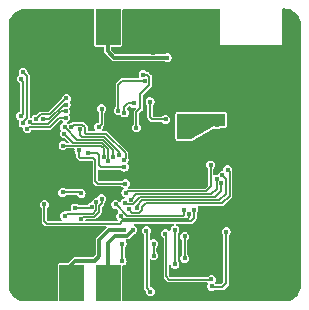
<source format=gbl>
G04 EasyEDA Pro v1.9.28, 2023-01-14 19:19:00*
G04 Gerber Generator version 0.3*%TF.GenerationSoftware,KiCad,Pcbnew,8.0.3*%
%TF.CreationDate,2024-10-10T21:17:43+08:00*%
%TF.ProjectId,Neko_Wireless_Transmission,4e656b6f-5f57-4697-9265-6c6573735f54,rev?*%
%TF.SameCoordinates,Original*%
%TF.FileFunction,Copper,L2,Bot*%
%TF.FilePolarity,Positive*%
%FSLAX46Y46*%
G04 Gerber Fmt 4.6, Leading zero omitted, Abs format (unit mm)*
G04 Created by KiCad (PCBNEW 8.0.3) date 2024-10-10 21:17:43*
%MOMM*%
%LPD*%
G01*
G04 APERTURE LIST*
%TA.AperFunction,ViaPad*%
%ADD10C,0.450000*%
%TD*%
%TA.AperFunction,Conductor*%
%ADD11C,0.150000*%
%TD*%
%TA.AperFunction,Conductor*%
%ADD12C,0.200000*%
%TD*%
%TA.AperFunction,Conductor*%
%ADD13C,0.300000*%
%TD*%
G04 APERTURE END LIST*
D10*
%TO.N,GND*%
X39570000Y-66940000D03*
X41457500Y-63260000D03*
X37332500Y-63260000D03*
X40082500Y-63260000D03*
X40770000Y-63260000D03*
X39395000Y-63260000D03*
X38020000Y-63260000D03*
X38707500Y-63260000D03*
%TO.N,/CSI_MCLK*%
X31750000Y-71374000D03*
X31496000Y-72930000D03*
X29822893Y-74900000D03*
X33760000Y-77730000D03*
%TO.N,+3.3V*%
X38750000Y-73650000D03*
X30020000Y-78550000D03*
X33679023Y-76320437D03*
X41500000Y-72761632D03*
X32250000Y-65750000D03*
X28440000Y-78470000D03*
X30620000Y-75150000D03*
X37300000Y-67050000D03*
%TO.N,/CSI_D0*%
X38760000Y-79927683D03*
X28490000Y-74500000D03*
X32940000Y-79491130D03*
X31920000Y-75437522D03*
%TO.N,/CSI_PCLK*%
X34220439Y-79082204D03*
X29958953Y-73138297D03*
X41490000Y-77330000D03*
X33256671Y-75329640D03*
%TO.N,/SDIO_D3*%
X36170000Y-82800000D03*
X36170000Y-83840000D03*
%TO.N,/CSI_D4*%
X28740000Y-71050000D03*
X35387394Y-69032987D03*
X33160000Y-71540000D03*
X26750000Y-72260000D03*
%TO.N,/CAM_PWR*%
X35263507Y-68497118D03*
X34700000Y-73000000D03*
%TO.N,/CSI_HSYNC*%
X26910000Y-79480000D03*
X39560000Y-79920000D03*
%TO.N,/CSI_D1*%
X33350000Y-80480000D03*
X39154201Y-80310000D03*
X32320000Y-75836359D03*
X28597670Y-73492330D03*
%TO.N,/CSI_D3*%
X33660809Y-75702702D03*
X33813110Y-78506890D03*
X29195524Y-72958811D03*
X40990000Y-76130000D03*
%TO.N,/CSI_D7*%
X25450000Y-73080000D03*
X28705975Y-72149932D03*
%TO.N,/CSI_D2*%
X28612692Y-72941666D03*
X32720000Y-75450000D03*
X33739976Y-79349894D03*
X41890000Y-77710000D03*
%TO.N,/SDIO_CMD*%
X41050000Y-85840000D03*
X37143873Y-81949998D03*
%TO.N,/U0RXD*%
X41960000Y-77010000D03*
X34760000Y-79780000D03*
X34380000Y-81660000D03*
%TO.N,/CSI_D5*%
X33672038Y-71740799D03*
X34459516Y-70940299D03*
X26199997Y-72260000D03*
X28761983Y-70500437D03*
%TO.N,/U0TXD*%
X33668337Y-81660000D03*
X42430000Y-76530000D03*
X34065316Y-79882204D03*
%TO.N,/SDIO_D0*%
X37960000Y-81660000D03*
X37960000Y-84570002D03*
%TO.N,/CSI_D6*%
X25670000Y-72540000D03*
X28710045Y-71599944D03*
%TO.N,/SDIO_D2*%
X33490000Y-84275000D03*
X33490000Y-82800000D03*
%TO.N,GND*%
X40962500Y-66950000D03*
X37350000Y-65025000D03*
X37840000Y-77540667D03*
X38050000Y-65737500D03*
X47450000Y-67475000D03*
X41700000Y-68050000D03*
X30900000Y-73000000D03*
X38862000Y-76454000D03*
X41337500Y-66325000D03*
X36875000Y-71100000D03*
X43375000Y-66325000D03*
X47175000Y-68075000D03*
X27375000Y-63825000D03*
X35814000Y-76454000D03*
X41127500Y-63790000D03*
X43725000Y-66925000D03*
X45137500Y-68075000D03*
X37002500Y-63790000D03*
X44100000Y-68650000D03*
X38050000Y-64362500D03*
X45437500Y-66325000D03*
X36125000Y-66675000D03*
X31775000Y-67800000D03*
X44450000Y-68075000D03*
X36730000Y-74356000D03*
X47825000Y-68050000D03*
X47137500Y-66925000D03*
X46787500Y-66325000D03*
X32300000Y-80500000D03*
X40312500Y-66950000D03*
X31775000Y-67200000D03*
X40625000Y-68625000D03*
X32750000Y-80220000D03*
X43762500Y-68075000D03*
X41350000Y-65250000D03*
X42000000Y-66325000D03*
X39962500Y-66350000D03*
X36730000Y-75300667D03*
X45450000Y-67500000D03*
X37350000Y-66400000D03*
X40675000Y-65200000D03*
X44750000Y-66325000D03*
X37375000Y-71100000D03*
X40612500Y-66350000D03*
X47787500Y-66900000D03*
X43387500Y-67500000D03*
X28825000Y-83425000D03*
X36730000Y-77540667D03*
X42687500Y-66325000D03*
X26850000Y-63825000D03*
X30850000Y-78650000D03*
X42725000Y-68650000D03*
X46475000Y-66925000D03*
X44762500Y-67500000D03*
X39975000Y-67525000D03*
X45825000Y-68075000D03*
X46162500Y-68650000D03*
X37840000Y-74356000D03*
X30830927Y-83114698D03*
X45475000Y-68650000D03*
X44062500Y-66325000D03*
X37350000Y-65712500D03*
X46825000Y-68650000D03*
X42012500Y-67500000D03*
X41350000Y-67500000D03*
X46137500Y-67500000D03*
X37840000Y-76454000D03*
X30830000Y-83656626D03*
X42037500Y-68650000D03*
X43075000Y-68075000D03*
X26630000Y-76430000D03*
X47475000Y-68625000D03*
X45787500Y-66925000D03*
X46512500Y-68075000D03*
X40625000Y-67525000D03*
X28825000Y-82925000D03*
X30500000Y-76350000D03*
X27060000Y-76430000D03*
X37840000Y-75300667D03*
X41000000Y-65825000D03*
X42700000Y-67500000D03*
X40325000Y-65775000D03*
X41350000Y-68625000D03*
X28750000Y-67175000D03*
X43412500Y-68650000D03*
X39065000Y-63790000D03*
X38862000Y-75300667D03*
X38377500Y-63790000D03*
X46800000Y-67500000D03*
X36125000Y-65450000D03*
X37690000Y-63790000D03*
X40440000Y-63790000D03*
X42350000Y-66925000D03*
X36125000Y-66075000D03*
X46125000Y-66325000D03*
X43037500Y-66925000D03*
X37350000Y-64337500D03*
X44075000Y-67500000D03*
X28750000Y-66550000D03*
X32310000Y-79950000D03*
X40975000Y-68050000D03*
X35814000Y-75300667D03*
X28750000Y-67775000D03*
X38050000Y-65050000D03*
X42387500Y-68075000D03*
X44787500Y-68650000D03*
X31775000Y-66575000D03*
X26350000Y-63825000D03*
X39752500Y-63790000D03*
X41687500Y-66925000D03*
X38050000Y-66425000D03*
X36730000Y-76454000D03*
X36707182Y-82681938D03*
X47437500Y-66300000D03*
X45100000Y-66925000D03*
X44412500Y-66925000D03*
%TO.N,VDD_SDIO*%
X41067678Y-86423364D03*
X42300000Y-81800000D03*
X35880000Y-86880000D03*
X35543284Y-81701030D03*
%TO.N,/Sensor_CAPN*%
X37160000Y-72280000D03*
X35850000Y-70790000D03*
%TO.N,/SDIO_CLK*%
X38789502Y-84055000D03*
X38778071Y-82193133D03*
%TO.N,/CSI_VSYNC*%
X28610000Y-80460000D03*
X31297606Y-79298538D03*
%TO.N,CSI_1.8V*%
X25100000Y-68300000D03*
X25100000Y-72600000D03*
%TO.N,/TWI_SCL*%
X29500089Y-79789440D03*
X30897101Y-79698538D03*
%TO.N,/TWI_SDA*%
X31757473Y-78996840D03*
X29999644Y-80719548D03*
%TO.N,CSI_2.8V*%
X24900000Y-72000000D03*
X24939211Y-68825975D03*
%TD*%
D11*
%TO.N,/CSI_MCLK*%
X31750000Y-72676000D02*
X31496000Y-72930000D01*
X29940000Y-75550000D02*
X31050000Y-75550000D01*
X31410000Y-77730000D02*
X33760000Y-77730000D01*
X31050000Y-75550000D02*
X31220000Y-75720000D01*
X29822893Y-75432893D02*
X29940000Y-75550000D01*
X31750000Y-71374000D02*
X31750000Y-72676000D01*
X31220000Y-75720000D02*
X31220000Y-77540000D01*
X31220000Y-77540000D02*
X31410000Y-77730000D01*
X29822893Y-74900000D02*
X29822893Y-75432893D01*
D12*
%TO.N,+3.3V*%
X31495000Y-76135000D02*
X31495000Y-75261481D01*
D13*
X32250000Y-66500000D02*
X32250000Y-65750000D01*
D12*
X28440000Y-78470000D02*
X29940000Y-78470000D01*
X31495000Y-75261481D02*
X31383519Y-75150000D01*
X33679023Y-76320437D02*
X31680437Y-76320437D01*
D13*
X37300000Y-67050000D02*
X32800000Y-67050000D01*
D12*
X31383519Y-75150000D02*
X30620000Y-75150000D01*
X29940000Y-78470000D02*
X30020000Y-78550000D01*
X31680437Y-76320437D02*
X31495000Y-76135000D01*
D13*
X32800000Y-67050000D02*
X32250000Y-66500000D01*
D11*
%TO.N,/CSI_D0*%
X31920000Y-74750000D02*
X31920000Y-75437522D01*
X28490000Y-74500000D02*
X31670000Y-74500000D01*
X38760000Y-80138515D02*
X38754201Y-80144314D01*
X38754201Y-80144314D02*
X38754201Y-80345799D01*
X31670000Y-74500000D02*
X31920000Y-74750000D01*
X38754201Y-80345799D02*
X38670000Y-80430000D01*
X38760000Y-79927683D02*
X38760000Y-80138515D01*
X33878870Y-80430000D02*
X32940000Y-79491130D01*
X38670000Y-80430000D02*
X33878870Y-80430000D01*
%TO.N,/CSI_PCLK*%
X34220439Y-79082204D02*
X34662643Y-78640000D01*
X41000000Y-78640000D02*
X41490000Y-78150000D01*
X30130000Y-73750000D02*
X29958953Y-73578953D01*
X34662643Y-78640000D02*
X41000000Y-78640000D01*
X33256671Y-75026012D02*
X31980659Y-73750000D01*
X41490000Y-78150000D02*
X41490000Y-77330000D01*
X29958953Y-73578953D02*
X29958953Y-73138297D01*
X33256671Y-75329640D02*
X33256671Y-75026012D01*
X31980659Y-73750000D02*
X30130000Y-73750000D01*
%TO.N,/SDIO_D3*%
X36170000Y-82800000D02*
X36170000Y-83840000D01*
%TO.N,/CSI_D4*%
X33160000Y-69340000D02*
X33467013Y-69032987D01*
X26750000Y-72260000D02*
X27317868Y-72260000D01*
X27317868Y-72260000D02*
X28527868Y-71050000D01*
X33467013Y-69032987D02*
X35387394Y-69032987D01*
X33160000Y-71540000D02*
X33160000Y-69340000D01*
X28527868Y-71050000D02*
X28740000Y-71050000D01*
%TO.N,/CAM_PWR*%
X35787394Y-68687394D02*
X35597118Y-68497118D01*
X35787394Y-69362606D02*
X35787394Y-68687394D01*
X34700000Y-73000000D02*
X34700000Y-71700000D01*
X35040000Y-70110000D02*
X35787394Y-69362606D01*
X35040000Y-71360000D02*
X35040000Y-70110000D01*
X35597118Y-68497118D02*
X35263507Y-68497118D01*
X34700000Y-71700000D02*
X35040000Y-71360000D01*
%TO.N,/CSI_HSYNC*%
X39300000Y-80930000D02*
X33490000Y-80930000D01*
X33300452Y-81119548D02*
X27099548Y-81119548D01*
X27099548Y-81119548D02*
X26910000Y-80930000D01*
X33490000Y-80930000D02*
X33300452Y-81119548D01*
X39560000Y-79920000D02*
X39560000Y-80670000D01*
X39560000Y-80670000D02*
X39300000Y-80930000D01*
X26910000Y-80930000D02*
X26910000Y-79480000D01*
%TO.N,/CSI_D1*%
X28597670Y-73492330D02*
X29355340Y-74250000D01*
X29355340Y-74250000D02*
X31773553Y-74250000D01*
X33550000Y-80680000D02*
X33350000Y-80480000D01*
X39154201Y-80310000D02*
X39154201Y-80555799D01*
X39030000Y-80680000D02*
X33550000Y-80680000D01*
X31773553Y-74250000D02*
X32320000Y-74796447D01*
X39154201Y-80555799D02*
X39030000Y-80680000D01*
X32320000Y-74796447D02*
X32320000Y-75836359D01*
%TO.N,/CSI_D3*%
X30358953Y-73408953D02*
X30358953Y-72972611D01*
X30450000Y-73500000D02*
X30358953Y-73408953D01*
X33930000Y-78390000D02*
X33813110Y-78506890D01*
X40990000Y-76130000D02*
X40990000Y-77965000D01*
X29411703Y-72738297D02*
X29195524Y-72954476D01*
X33660809Y-75702702D02*
X33773734Y-75589777D01*
X40565000Y-78390000D02*
X33930000Y-78390000D01*
X29195524Y-72954476D02*
X29195524Y-72958811D01*
X33773734Y-75164314D02*
X32109420Y-73500000D01*
X30124639Y-72738297D02*
X29411703Y-72738297D01*
X33773734Y-75589777D02*
X33773734Y-75164314D01*
X40990000Y-77965000D02*
X40565000Y-78390000D01*
X32109420Y-73500000D02*
X30450000Y-73500000D01*
X30358953Y-72972611D02*
X30124639Y-72738297D01*
%TO.N,/CSI_D7*%
X25590000Y-72940000D02*
X27344976Y-72940000D01*
X25450000Y-73080000D02*
X25590000Y-72940000D01*
X27344976Y-72940000D02*
X28135044Y-72149932D01*
X28135044Y-72149932D02*
X28705975Y-72149932D01*
%TO.N,/CSI_D2*%
X41380000Y-78900000D02*
X41890000Y-78390000D01*
X34386125Y-79482204D02*
X34968329Y-78900000D01*
X28612692Y-72941666D02*
X29671026Y-74000000D01*
X29671026Y-74000000D02*
X31877106Y-74000000D01*
X41890000Y-78390000D02*
X41890000Y-77710000D01*
X33739976Y-79349894D02*
X33872286Y-79482204D01*
X31877106Y-74000000D02*
X32720000Y-74842892D01*
X32720000Y-74842892D02*
X32720000Y-75450000D01*
X34968329Y-78900000D02*
X41380000Y-78900000D01*
X33872286Y-79482204D02*
X34386125Y-79482204D01*
%TO.N,/SDIO_CMD*%
X37490000Y-85850000D02*
X41040000Y-85850000D01*
X37143873Y-81949998D02*
X37220000Y-82026125D01*
X41040000Y-85850000D02*
X41050000Y-85840000D01*
X37220000Y-85580000D02*
X37490000Y-85850000D01*
X37220000Y-82026125D02*
X37220000Y-85580000D01*
%TO.N,/U0RXD*%
X35200000Y-79150000D02*
X41703554Y-79150000D01*
X42290000Y-77340000D02*
X41960000Y-77010000D01*
X42290000Y-78563554D02*
X42290000Y-77340000D01*
D13*
X34380000Y-81660000D02*
X33890000Y-82150000D01*
X32320000Y-82730000D02*
X32320000Y-85210000D01*
D11*
X34760000Y-79590000D02*
X35200000Y-79150000D01*
D13*
X33890000Y-82150000D02*
X32900000Y-82150000D01*
X32900000Y-82150000D02*
X32320000Y-82730000D01*
D11*
X34760000Y-79780000D02*
X34760000Y-79590000D01*
X41703554Y-79150000D02*
X42290000Y-78563554D01*
%TO.N,/CSI_D5*%
X28723877Y-70500437D02*
X28761983Y-70500437D01*
X26584314Y-71860000D02*
X27364314Y-71860000D01*
X26199997Y-72260000D02*
X26199997Y-72244317D01*
X27364314Y-71860000D02*
X28723877Y-70500437D01*
X33672038Y-71740799D02*
X33672038Y-71227962D01*
X33959701Y-70940299D02*
X34459516Y-70940299D01*
X33672038Y-71227962D02*
X33959701Y-70940299D01*
X26199997Y-72244317D02*
X26584314Y-71860000D01*
%TO.N,/U0TXD*%
X34363112Y-80180000D02*
X34925686Y-80180000D01*
X35160000Y-79945686D02*
X35160000Y-79720000D01*
D13*
X29530000Y-84240000D02*
X29180000Y-84590000D01*
D11*
X35160000Y-79720000D02*
X35480000Y-79400000D01*
X42600000Y-78740000D02*
X42600000Y-76700000D01*
X34925686Y-80180000D02*
X35160000Y-79945686D01*
X35480000Y-79400000D02*
X41940000Y-79400000D01*
D13*
X31550000Y-82490000D02*
X31550000Y-83850000D01*
D11*
X34065316Y-79882204D02*
X34363112Y-80180000D01*
D13*
X33668337Y-81660000D02*
X32380000Y-81660000D01*
D11*
X41940000Y-79400000D02*
X42600000Y-78740000D01*
D13*
X31550000Y-83850000D02*
X31160000Y-84240000D01*
X31160000Y-84240000D02*
X29530000Y-84240000D01*
X29180000Y-84590000D02*
X29180000Y-85710000D01*
D11*
X42600000Y-76700000D02*
X42430000Y-76530000D01*
D13*
X32380000Y-81660000D02*
X31550000Y-82490000D01*
D11*
%TO.N,/SDIO_D0*%
X37960000Y-81660000D02*
X37960000Y-84570002D01*
%TO.N,/CSI_D6*%
X25820000Y-72690000D02*
X25670000Y-72540000D01*
X28710045Y-71599944D02*
X28331478Y-71599944D01*
X27241422Y-72690000D02*
X25820000Y-72690000D01*
X28331478Y-71599944D02*
X27241422Y-72690000D01*
%TO.N,/SDIO_D2*%
X33490000Y-82800000D02*
X33490000Y-84275000D01*
D12*
%TO.N,VDD_SDIO*%
X35560000Y-81717746D02*
X35560000Y-86560000D01*
X42300000Y-81800000D02*
X42300000Y-86150000D01*
X35543284Y-81701030D02*
X35560000Y-81717746D01*
X42300000Y-86150000D02*
X41950000Y-86500000D01*
X41144314Y-86500000D02*
X41067678Y-86423364D01*
X35560000Y-86560000D02*
X35880000Y-86880000D01*
X41950000Y-86500000D02*
X41144314Y-86500000D01*
D11*
%TO.N,/Sensor_CAPN*%
X37160000Y-72280000D02*
X36030000Y-72280000D01*
X36030000Y-72280000D02*
X35850000Y-72100000D01*
X35850000Y-72100000D02*
X35850000Y-70790000D01*
%TO.N,/SDIO_CLK*%
X38778071Y-84043569D02*
X38789502Y-84055000D01*
X38778071Y-82193133D02*
X38778071Y-84043569D01*
%TO.N,/CSI_VSYNC*%
X31297606Y-79298538D02*
X31297606Y-79992394D01*
X28800000Y-80270000D02*
X28610000Y-80460000D01*
X31020000Y-80270000D02*
X28800000Y-80270000D01*
X31297606Y-79992394D02*
X31020000Y-80270000D01*
D12*
%TO.N,CSI_1.8V*%
X25100000Y-72600000D02*
X25100000Y-72508959D01*
X25100000Y-72508959D02*
X25400000Y-72208959D01*
X25400000Y-72208959D02*
X25400000Y-68600000D01*
X25400000Y-68600000D02*
X25100000Y-68300000D01*
D11*
%TO.N,/TWI_SCL*%
X30795639Y-79800000D02*
X30897101Y-79698538D01*
X29500089Y-79789440D02*
X29510649Y-79800000D01*
X29510649Y-79800000D02*
X30795639Y-79800000D01*
%TO.N,/TWI_SDA*%
X31547606Y-79614224D02*
X31757473Y-79404357D01*
X30199192Y-80520000D02*
X31123554Y-80520000D01*
X31757473Y-79404357D02*
X31757473Y-78996840D01*
X29999644Y-80719548D02*
X30199192Y-80520000D01*
X31123554Y-80520000D02*
X31547606Y-80095948D01*
X31547606Y-80095948D02*
X31547606Y-79614224D01*
D12*
%TO.N,CSI_2.8V*%
X24939211Y-68939211D02*
X24939211Y-68825975D01*
X25100000Y-71800000D02*
X25100000Y-69100000D01*
X25100000Y-69100000D02*
X24939211Y-68939211D01*
X24900000Y-72000000D02*
X25100000Y-71800000D01*
%TD*%
%TA.AperFunction,Conductor*%
%TO.N,GND*%
G36*
X47232337Y-62891395D02*
G01*
X47442463Y-62907938D01*
X47453931Y-62909755D01*
X47656140Y-62958305D01*
X47667176Y-62961890D01*
X47859315Y-63041481D01*
X47869659Y-63046752D01*
X47967548Y-63106740D01*
X48046968Y-63155409D01*
X48056361Y-63162233D01*
X48126598Y-63222222D01*
X48214495Y-63297293D01*
X48222706Y-63305504D01*
X48357765Y-63463637D01*
X48364590Y-63473031D01*
X48473246Y-63650339D01*
X48478518Y-63660684D01*
X48558107Y-63852819D01*
X48561695Y-63863863D01*
X48610244Y-64066068D01*
X48612061Y-64077536D01*
X48628612Y-64287759D01*
X48628840Y-64293567D01*
X48628852Y-86287636D01*
X48628852Y-86296436D01*
X48628624Y-86302244D01*
X48612072Y-86512472D01*
X48610255Y-86523941D01*
X48561704Y-86726149D01*
X48558115Y-86737192D01*
X48478526Y-86929325D01*
X48473255Y-86939670D01*
X48364599Y-87116977D01*
X48357774Y-87126371D01*
X48222715Y-87284504D01*
X48214504Y-87292715D01*
X48056371Y-87427774D01*
X48046977Y-87434599D01*
X47869670Y-87543255D01*
X47859325Y-87548526D01*
X47667192Y-87628115D01*
X47656149Y-87631704D01*
X47453941Y-87680255D01*
X47442472Y-87682072D01*
X47232247Y-87698623D01*
X47226441Y-87698851D01*
X33579502Y-87699279D01*
X33527176Y-87677607D01*
X33505500Y-87625281D01*
X33505500Y-84715928D01*
X33527174Y-84663602D01*
X33567923Y-84642839D01*
X33607482Y-84636574D01*
X33713465Y-84582573D01*
X33797573Y-84498465D01*
X33851574Y-84392482D01*
X33870181Y-84275000D01*
X33851574Y-84157518D01*
X33797573Y-84051535D01*
X33737174Y-83991136D01*
X33715500Y-83938810D01*
X33715500Y-83136190D01*
X33737174Y-83083864D01*
X33797573Y-83023465D01*
X33851574Y-82917482D01*
X33870181Y-82800000D01*
X33851574Y-82682518D01*
X33797573Y-82576535D01*
X33797572Y-82576534D01*
X33797571Y-82576532D01*
X33794147Y-82571819D01*
X33795410Y-82570901D01*
X33776190Y-82524500D01*
X33797864Y-82472174D01*
X33850190Y-82450500D01*
X33929564Y-82450500D01*
X33929564Y-82450499D01*
X34005989Y-82430021D01*
X34074511Y-82390460D01*
X34130460Y-82334511D01*
X34416218Y-82048751D01*
X34456966Y-82027990D01*
X34497482Y-82021574D01*
X34603465Y-81967573D01*
X34687573Y-81883465D01*
X34741574Y-81777482D01*
X34753683Y-81701030D01*
X35163103Y-81701030D01*
X35181710Y-81818512D01*
X35181710Y-81818513D01*
X35188844Y-81832514D01*
X35232138Y-81917483D01*
X35235712Y-81924496D01*
X35287826Y-81976610D01*
X35309500Y-82028936D01*
X35309500Y-86609829D01*
X35347634Y-86701894D01*
X35347637Y-86701898D01*
X35478145Y-86832406D01*
X35495688Y-86874758D01*
X35498908Y-86874249D01*
X35518426Y-86997482D01*
X35518426Y-86997483D01*
X35545941Y-87051484D01*
X35572427Y-87103465D01*
X35656535Y-87187573D01*
X35762518Y-87241574D01*
X35880000Y-87260181D01*
X35997482Y-87241574D01*
X36103465Y-87187573D01*
X36187573Y-87103465D01*
X36241574Y-86997482D01*
X36260181Y-86880000D01*
X36241574Y-86762518D01*
X36187573Y-86656535D01*
X36103465Y-86572427D01*
X36041484Y-86540846D01*
X35997483Y-86518426D01*
X35874249Y-86498908D01*
X35874758Y-86495688D01*
X35832406Y-86478145D01*
X35832174Y-86477913D01*
X35810500Y-86425587D01*
X35810500Y-84190190D01*
X35832174Y-84137864D01*
X35884500Y-84116190D01*
X35936826Y-84137864D01*
X35946535Y-84147573D01*
X36052518Y-84201574D01*
X36170000Y-84220181D01*
X36287482Y-84201574D01*
X36393465Y-84147573D01*
X36477573Y-84063465D01*
X36531574Y-83957482D01*
X36550181Y-83840000D01*
X36531574Y-83722518D01*
X36477573Y-83616535D01*
X36417174Y-83556136D01*
X36395500Y-83503810D01*
X36395500Y-83136190D01*
X36417174Y-83083864D01*
X36477573Y-83023465D01*
X36531574Y-82917482D01*
X36550181Y-82800000D01*
X36531574Y-82682518D01*
X36477573Y-82576535D01*
X36393465Y-82492427D01*
X36311057Y-82450438D01*
X36287483Y-82438426D01*
X36170000Y-82419819D01*
X36052517Y-82438426D01*
X36052516Y-82438426D01*
X35946533Y-82492428D01*
X35936826Y-82502136D01*
X35884500Y-82523810D01*
X35832174Y-82502136D01*
X35810500Y-82449810D01*
X35810500Y-81995504D01*
X35832174Y-81943178D01*
X35850857Y-81924495D01*
X35904858Y-81818512D01*
X35923465Y-81701030D01*
X35904858Y-81583548D01*
X35850857Y-81477565D01*
X35766749Y-81393457D01*
X35700105Y-81359500D01*
X35660767Y-81339456D01*
X35543284Y-81320849D01*
X35425801Y-81339456D01*
X35425800Y-81339456D01*
X35319817Y-81393458D01*
X35235712Y-81477563D01*
X35181710Y-81583546D01*
X35181710Y-81583547D01*
X35163103Y-81701030D01*
X34753683Y-81701030D01*
X34760181Y-81660000D01*
X34741574Y-81542518D01*
X34687573Y-81436535D01*
X34603465Y-81352427D01*
X34541490Y-81320849D01*
X34492292Y-81295781D01*
X34493767Y-81292886D01*
X34458886Y-81263096D01*
X34454442Y-81206634D01*
X34491224Y-81163566D01*
X34524820Y-81155500D01*
X37815180Y-81155500D01*
X37867506Y-81177174D01*
X37889180Y-81229500D01*
X37867506Y-81281826D01*
X37846999Y-81294391D01*
X37847708Y-81295781D01*
X37736533Y-81352428D01*
X37652428Y-81436533D01*
X37598426Y-81542516D01*
X37598426Y-81542517D01*
X37579819Y-81659999D01*
X37580871Y-81666644D01*
X37567646Y-81721715D01*
X37519353Y-81751306D01*
X37464282Y-81738081D01*
X37455455Y-81730542D01*
X37367339Y-81642426D01*
X37367338Y-81642425D01*
X37315357Y-81615939D01*
X37261356Y-81588424D01*
X37143873Y-81569817D01*
X37026390Y-81588424D01*
X37026389Y-81588424D01*
X36920406Y-81642426D01*
X36836301Y-81726531D01*
X36782299Y-81832514D01*
X36782299Y-81832515D01*
X36763692Y-81949998D01*
X36782299Y-82067480D01*
X36782299Y-82067481D01*
X36786462Y-82075651D01*
X36836300Y-82173463D01*
X36920408Y-82257571D01*
X36954094Y-82274734D01*
X36990878Y-82317800D01*
X36994500Y-82340669D01*
X36994500Y-85529173D01*
X36994499Y-85529187D01*
X36994499Y-85624856D01*
X37018773Y-85683458D01*
X37028829Y-85707734D01*
X37028832Y-85707738D01*
X37102671Y-85781577D01*
X37102673Y-85781578D01*
X37294609Y-85973514D01*
X37294612Y-85973518D01*
X37298830Y-85977736D01*
X37362264Y-86041170D01*
X37396595Y-86055390D01*
X37445146Y-86075501D01*
X37445147Y-86075501D01*
X37543467Y-86075501D01*
X37543475Y-86075500D01*
X40705852Y-86075500D01*
X40758178Y-86097174D01*
X40779852Y-86149500D01*
X40761531Y-86193730D01*
X40763531Y-86195183D01*
X40760106Y-86199896D01*
X40706104Y-86305880D01*
X40706104Y-86305881D01*
X40687497Y-86423364D01*
X40706104Y-86540846D01*
X40706104Y-86540847D01*
X40722195Y-86572427D01*
X40760105Y-86646829D01*
X40844213Y-86730937D01*
X40950196Y-86784938D01*
X41067678Y-86803545D01*
X41185160Y-86784938D01*
X41236918Y-86758566D01*
X41270513Y-86750500D01*
X41999827Y-86750500D01*
X41999828Y-86750500D01*
X42091897Y-86712364D01*
X42431488Y-86372770D01*
X42431491Y-86372769D01*
X42441896Y-86362364D01*
X42441897Y-86362364D01*
X42512364Y-86291897D01*
X42523534Y-86264930D01*
X42550501Y-86199828D01*
X42550501Y-86100172D01*
X42550501Y-86094214D01*
X42550500Y-86094200D01*
X42550500Y-82111190D01*
X42572174Y-82058864D01*
X42582285Y-82048753D01*
X42607573Y-82023465D01*
X42661574Y-81917482D01*
X42680181Y-81800000D01*
X42661574Y-81682518D01*
X42607573Y-81576535D01*
X42523465Y-81492427D01*
X42471484Y-81465941D01*
X42417483Y-81438426D01*
X42300000Y-81419819D01*
X42182517Y-81438426D01*
X42182516Y-81438426D01*
X42076533Y-81492428D01*
X41992428Y-81576533D01*
X41938426Y-81682516D01*
X41938426Y-81682517D01*
X41919819Y-81800000D01*
X41938426Y-81917482D01*
X41938426Y-81917483D01*
X41951610Y-81943358D01*
X41991463Y-82021574D01*
X41992428Y-82023466D01*
X42027826Y-82058864D01*
X42049500Y-82111190D01*
X42049500Y-86015587D01*
X42027826Y-86067913D01*
X41867913Y-86227826D01*
X41815587Y-86249500D01*
X41445871Y-86249500D01*
X41393545Y-86227826D01*
X41379939Y-86209099D01*
X41375251Y-86199899D01*
X41350521Y-86175169D01*
X41328847Y-86122843D01*
X41350521Y-86070517D01*
X41353125Y-86067913D01*
X41357573Y-86063465D01*
X41411574Y-85957482D01*
X41430181Y-85840000D01*
X41411574Y-85722518D01*
X41357573Y-85616535D01*
X41273465Y-85532427D01*
X41183515Y-85486595D01*
X41167483Y-85478426D01*
X41050000Y-85459819D01*
X40932517Y-85478426D01*
X40932516Y-85478426D01*
X40826533Y-85532428D01*
X40756136Y-85602826D01*
X40703810Y-85624500D01*
X37614057Y-85624500D01*
X37561731Y-85602826D01*
X37467174Y-85508269D01*
X37445500Y-85455943D01*
X37445500Y-84662206D01*
X37467174Y-84609880D01*
X37519500Y-84588206D01*
X37571826Y-84609880D01*
X37592589Y-84650630D01*
X37598426Y-84687484D01*
X37598426Y-84687485D01*
X37612919Y-84715928D01*
X37652427Y-84793467D01*
X37736535Y-84877575D01*
X37842518Y-84931576D01*
X37960000Y-84950183D01*
X38077482Y-84931576D01*
X38183465Y-84877575D01*
X38267573Y-84793467D01*
X38321574Y-84687484D01*
X38340181Y-84570002D01*
X38321574Y-84452520D01*
X38267573Y-84346537D01*
X38207174Y-84286138D01*
X38185500Y-84233812D01*
X38185500Y-82193133D01*
X38397890Y-82193133D01*
X38416497Y-82310615D01*
X38416497Y-82310616D01*
X38470499Y-82416599D01*
X38530897Y-82476997D01*
X38552571Y-82529323D01*
X38552571Y-83730241D01*
X38530897Y-83782567D01*
X38481930Y-83831533D01*
X38427928Y-83937516D01*
X38427928Y-83937517D01*
X38409321Y-84055000D01*
X38427928Y-84172482D01*
X38427928Y-84172483D01*
X38442751Y-84201574D01*
X38481929Y-84278465D01*
X38566037Y-84362573D01*
X38672020Y-84416574D01*
X38789502Y-84435181D01*
X38906984Y-84416574D01*
X39012967Y-84362573D01*
X39097075Y-84278465D01*
X39151076Y-84172482D01*
X39169683Y-84055000D01*
X39151076Y-83937518D01*
X39097075Y-83831535D01*
X39025245Y-83759705D01*
X39003571Y-83707379D01*
X39003571Y-82529323D01*
X39025245Y-82476997D01*
X39052432Y-82449810D01*
X39085644Y-82416598D01*
X39139645Y-82310615D01*
X39158252Y-82193133D01*
X39139645Y-82075651D01*
X39085644Y-81969668D01*
X39001536Y-81885560D01*
X38948805Y-81858692D01*
X38895554Y-81831559D01*
X38778071Y-81812952D01*
X38660588Y-81831559D01*
X38660587Y-81831559D01*
X38554604Y-81885561D01*
X38470499Y-81969666D01*
X38416497Y-82075649D01*
X38416497Y-82075650D01*
X38397890Y-82193133D01*
X38185500Y-82193133D01*
X38185500Y-81996190D01*
X38207174Y-81943864D01*
X38233556Y-81917482D01*
X38267573Y-81883465D01*
X38321574Y-81777482D01*
X38340181Y-81660000D01*
X38321574Y-81542518D01*
X38267573Y-81436535D01*
X38183465Y-81352427D01*
X38121490Y-81320849D01*
X38072292Y-81295781D01*
X38073767Y-81292886D01*
X38038886Y-81263096D01*
X38034442Y-81206634D01*
X38071224Y-81163566D01*
X38104820Y-81155500D01*
X39246525Y-81155500D01*
X39246533Y-81155501D01*
X39255145Y-81155501D01*
X39344854Y-81155501D01*
X39344855Y-81155501D01*
X39403460Y-81131225D01*
X39427736Y-81121170D01*
X39491170Y-81057736D01*
X39491170Y-81057735D01*
X39501575Y-81047330D01*
X39501577Y-81047327D01*
X39677327Y-80871577D01*
X39677330Y-80871575D01*
X39687735Y-80861170D01*
X39687736Y-80861170D01*
X39751170Y-80797736D01*
X39775286Y-80739515D01*
X39785501Y-80714854D01*
X39785501Y-80625145D01*
X39785501Y-80619187D01*
X39785500Y-80619173D01*
X39785500Y-80256190D01*
X39807174Y-80203864D01*
X39828212Y-80182826D01*
X39867573Y-80143465D01*
X39921574Y-80037482D01*
X39940181Y-79920000D01*
X39921574Y-79802518D01*
X39921572Y-79802515D01*
X39921572Y-79802513D01*
X39886202Y-79733095D01*
X39881758Y-79676633D01*
X39918541Y-79633566D01*
X39952136Y-79625500D01*
X41886525Y-79625500D01*
X41886533Y-79625501D01*
X41895145Y-79625501D01*
X41984853Y-79625501D01*
X41984855Y-79625501D01*
X42065092Y-79592265D01*
X42067732Y-79591172D01*
X42067732Y-79591171D01*
X42067736Y-79591170D01*
X42131170Y-79527736D01*
X42131170Y-79527734D01*
X42141575Y-79517330D01*
X42141577Y-79517327D01*
X42717327Y-78941577D01*
X42717330Y-78941575D01*
X42727735Y-78931170D01*
X42727736Y-78931170D01*
X42791170Y-78867736D01*
X42809829Y-78822689D01*
X42825501Y-78784855D01*
X42825501Y-78695145D01*
X42825501Y-78689187D01*
X42825500Y-78689173D01*
X42825500Y-76655145D01*
X42822717Y-76648426D01*
X42808065Y-76613054D01*
X42803344Y-76573164D01*
X42810181Y-76530000D01*
X42791574Y-76412518D01*
X42737573Y-76306535D01*
X42653465Y-76222427D01*
X42601484Y-76195941D01*
X42547483Y-76168426D01*
X42430000Y-76149819D01*
X42312517Y-76168426D01*
X42312516Y-76168426D01*
X42206533Y-76222428D01*
X42122428Y-76306533D01*
X42068426Y-76412516D01*
X42068426Y-76412517D01*
X42049819Y-76530000D01*
X42049819Y-76530002D01*
X42052413Y-76546383D01*
X42039190Y-76601454D01*
X41990898Y-76631046D01*
X41967749Y-76631046D01*
X41960001Y-76629819D01*
X41960000Y-76629819D01*
X41842517Y-76648426D01*
X41842516Y-76648426D01*
X41736533Y-76702428D01*
X41652427Y-76786534D01*
X41652427Y-76786535D01*
X41598427Y-76892515D01*
X41596625Y-76898061D01*
X41595129Y-76897574D01*
X41568900Y-76940373D01*
X41513831Y-76953593D01*
X41490001Y-76949819D01*
X41490000Y-76949819D01*
X41372517Y-76968426D01*
X41323095Y-76993608D01*
X41266633Y-76998051D01*
X41223565Y-76961268D01*
X41215500Y-76927673D01*
X41215500Y-76466190D01*
X41237174Y-76413864D01*
X41238522Y-76412516D01*
X41297573Y-76353465D01*
X41351574Y-76247482D01*
X41370181Y-76130000D01*
X41351574Y-76012518D01*
X41297573Y-75906535D01*
X41213465Y-75822427D01*
X41110656Y-75770043D01*
X41107483Y-75768426D01*
X40990000Y-75749819D01*
X40872517Y-75768426D01*
X40872516Y-75768426D01*
X40766533Y-75822428D01*
X40682428Y-75906533D01*
X40628426Y-76012516D01*
X40628426Y-76012517D01*
X40609819Y-76130000D01*
X40628426Y-76247482D01*
X40628426Y-76247483D01*
X40655941Y-76301484D01*
X40665598Y-76320437D01*
X40682428Y-76353466D01*
X40742826Y-76413864D01*
X40764500Y-76466190D01*
X40764500Y-77840943D01*
X40742826Y-77893269D01*
X40493269Y-78142826D01*
X40440943Y-78164500D01*
X34035190Y-78164500D01*
X33982864Y-78142826D01*
X33961190Y-78090500D01*
X33982864Y-78038174D01*
X34011184Y-78009854D01*
X34067573Y-77953465D01*
X34121574Y-77847482D01*
X34140181Y-77730000D01*
X34121574Y-77612518D01*
X34067573Y-77506535D01*
X33983465Y-77422427D01*
X33931484Y-77395941D01*
X33877483Y-77368426D01*
X33760000Y-77349819D01*
X33642517Y-77368426D01*
X33642516Y-77368426D01*
X33536533Y-77422428D01*
X33476136Y-77482826D01*
X33423810Y-77504500D01*
X31534057Y-77504500D01*
X31481731Y-77482826D01*
X31467174Y-77468269D01*
X31445500Y-77415943D01*
X31445500Y-76605010D01*
X31467174Y-76552684D01*
X31519500Y-76531010D01*
X31547813Y-76536641D01*
X31576677Y-76548597D01*
X31630610Y-76570938D01*
X31738877Y-76570938D01*
X31738885Y-76570937D01*
X33367833Y-76570937D01*
X33420159Y-76592611D01*
X33455558Y-76628010D01*
X33561541Y-76682011D01*
X33679023Y-76700618D01*
X33796505Y-76682011D01*
X33902488Y-76628010D01*
X33986596Y-76543902D01*
X34040597Y-76437919D01*
X34059204Y-76320437D01*
X34040597Y-76202955D01*
X33986596Y-76096972D01*
X33944412Y-76054788D01*
X33922738Y-76002462D01*
X33944411Y-75950137D01*
X33968382Y-75926167D01*
X34022383Y-75820184D01*
X34040990Y-75702702D01*
X34022383Y-75585220D01*
X34009854Y-75560630D01*
X34007299Y-75555615D01*
X33999234Y-75522020D01*
X33999234Y-75119459D01*
X33999233Y-75119457D01*
X33964905Y-75036580D01*
X33964903Y-75036577D01*
X33901469Y-74973143D01*
X32310998Y-73382673D01*
X32310998Y-73382672D01*
X32237157Y-73308831D01*
X32237153Y-73308828D01*
X32200644Y-73293706D01*
X32154275Y-73274499D01*
X32064565Y-73274499D01*
X32055953Y-73274499D01*
X32055945Y-73274500D01*
X31860869Y-73274500D01*
X31808543Y-73252826D01*
X31786869Y-73200500D01*
X31800999Y-73157007D01*
X31803567Y-73153470D01*
X31803573Y-73153465D01*
X31857574Y-73047482D01*
X31876181Y-72930000D01*
X31873701Y-72914343D01*
X31886922Y-72859272D01*
X31894465Y-72850441D01*
X31941167Y-72803739D01*
X31941170Y-72803736D01*
X31975500Y-72720855D01*
X31975500Y-71710190D01*
X31997174Y-71657864D01*
X32027221Y-71627817D01*
X32057573Y-71597465D01*
X32086853Y-71540000D01*
X32779819Y-71540000D01*
X32798426Y-71657482D01*
X32798426Y-71657483D01*
X32816231Y-71692427D01*
X32852427Y-71763465D01*
X32936535Y-71847573D01*
X33042518Y-71901574D01*
X33160000Y-71920181D01*
X33275311Y-71901917D01*
X33330382Y-71915139D01*
X33352820Y-71941410D01*
X33364465Y-71964264D01*
X33448573Y-72048372D01*
X33554556Y-72102373D01*
X33672038Y-72120980D01*
X33789520Y-72102373D01*
X33895503Y-72048372D01*
X33979611Y-71964264D01*
X34033612Y-71858281D01*
X34052219Y-71740799D01*
X34033612Y-71623317D01*
X33979611Y-71517334D01*
X33919212Y-71456935D01*
X33897538Y-71404609D01*
X33897538Y-71352019D01*
X33919212Y-71299693D01*
X34031432Y-71187473D01*
X34083758Y-71165799D01*
X34123326Y-71165799D01*
X34175652Y-71187473D01*
X34236051Y-71247872D01*
X34342034Y-71301873D01*
X34459516Y-71320480D01*
X34576998Y-71301873D01*
X34577003Y-71301870D01*
X34582539Y-71300073D01*
X34583520Y-71303092D01*
X34629414Y-71299447D01*
X34672509Y-71336198D01*
X34676994Y-71392657D01*
X34658925Y-71422168D01*
X34572265Y-71508829D01*
X34508830Y-71572264D01*
X34503197Y-71585863D01*
X34474499Y-71655144D01*
X34474499Y-71753466D01*
X34474500Y-71753475D01*
X34474500Y-72663810D01*
X34452826Y-72716136D01*
X34392428Y-72776533D01*
X34338426Y-72882516D01*
X34338426Y-72882517D01*
X34319819Y-73000000D01*
X34338426Y-73117482D01*
X34338426Y-73117483D01*
X34350823Y-73141813D01*
X34392427Y-73223465D01*
X34476535Y-73307573D01*
X34582518Y-73361574D01*
X34700000Y-73380181D01*
X34817482Y-73361574D01*
X34923465Y-73307573D01*
X35007573Y-73223465D01*
X35061574Y-73117482D01*
X35080181Y-73000000D01*
X35061574Y-72882518D01*
X35007573Y-72776535D01*
X34947174Y-72716136D01*
X34925500Y-72663810D01*
X34925500Y-71824056D01*
X34947173Y-71771731D01*
X35157327Y-71561576D01*
X35157330Y-71561575D01*
X35167735Y-71551170D01*
X35167736Y-71551170D01*
X35231170Y-71487736D01*
X35245390Y-71453405D01*
X35265501Y-71404854D01*
X35265501Y-71315145D01*
X35265501Y-71309187D01*
X35265500Y-71309173D01*
X35265500Y-70790000D01*
X35469819Y-70790000D01*
X35488426Y-70907482D01*
X35488426Y-70907483D01*
X35542428Y-71013466D01*
X35602826Y-71073864D01*
X35624500Y-71126190D01*
X35624500Y-72049173D01*
X35624499Y-72049187D01*
X35624499Y-72144855D01*
X35647117Y-72199460D01*
X35647119Y-72199462D01*
X35658830Y-72227736D01*
X35732671Y-72301577D01*
X35732673Y-72301578D01*
X35902263Y-72471169D01*
X35902266Y-72471171D01*
X35929658Y-72482517D01*
X35985145Y-72505500D01*
X36074854Y-72505500D01*
X36823810Y-72505500D01*
X36876136Y-72527174D01*
X36936535Y-72587573D01*
X37042518Y-72641574D01*
X37160000Y-72660181D01*
X37277482Y-72641574D01*
X37383465Y-72587573D01*
X37467573Y-72503465D01*
X37521574Y-72397482D01*
X37540181Y-72280000D01*
X37521574Y-72162518D01*
X37467573Y-72056535D01*
X37383465Y-71972427D01*
X37322591Y-71941410D01*
X37277483Y-71918426D01*
X37160000Y-71899819D01*
X37042517Y-71918426D01*
X37042516Y-71918426D01*
X36936533Y-71972428D01*
X36876136Y-72032826D01*
X36823810Y-72054500D01*
X36154058Y-72054500D01*
X36101732Y-72032826D01*
X36097174Y-72028268D01*
X36075500Y-71975942D01*
X36075500Y-71849000D01*
X37994500Y-71849000D01*
X37994500Y-73900999D01*
X38006335Y-73960501D01*
X38006337Y-73960508D01*
X38020689Y-73995156D01*
X38040985Y-74030309D01*
X38104844Y-74079311D01*
X38104847Y-74079312D01*
X38104850Y-74079314D01*
X38139487Y-74093661D01*
X38139492Y-74093663D01*
X38199000Y-74105500D01*
X38199001Y-74105500D01*
X39287132Y-74105500D01*
X39326627Y-74100401D01*
X39340283Y-74096814D01*
X39350695Y-74094081D01*
X39350696Y-74094080D01*
X39350702Y-74094079D01*
X39387607Y-74079115D01*
X41192026Y-73061236D01*
X41248248Y-73054405D01*
X41271874Y-73065819D01*
X41276532Y-73069203D01*
X41276534Y-73069204D01*
X41276535Y-73069205D01*
X41382518Y-73123206D01*
X41500000Y-73141813D01*
X41617482Y-73123206D01*
X41723465Y-73069205D01*
X41765496Y-73027174D01*
X41817822Y-73005500D01*
X42150999Y-73005500D01*
X42151000Y-73005500D01*
X42210508Y-72993663D01*
X42245156Y-72979311D01*
X42280309Y-72959015D01*
X42329311Y-72895156D01*
X42343663Y-72860508D01*
X42355500Y-72801000D01*
X42355500Y-71849000D01*
X42343663Y-71789492D01*
X42329311Y-71754844D01*
X42309015Y-71719691D01*
X42245156Y-71670689D01*
X42245154Y-71670688D01*
X42245149Y-71670685D01*
X42210512Y-71656338D01*
X42210501Y-71656335D01*
X42165674Y-71647418D01*
X42151000Y-71644500D01*
X38199000Y-71644500D01*
X38187228Y-71646841D01*
X38139498Y-71656335D01*
X38139491Y-71656337D01*
X38104845Y-71670688D01*
X38069691Y-71690985D01*
X38020688Y-71754845D01*
X38020685Y-71754850D01*
X38006338Y-71789487D01*
X38006335Y-71789498D01*
X37994500Y-71849000D01*
X36075500Y-71849000D01*
X36075500Y-71126190D01*
X36097174Y-71073864D01*
X36121038Y-71050000D01*
X36157573Y-71013465D01*
X36211574Y-70907482D01*
X36230181Y-70790000D01*
X36211574Y-70672518D01*
X36157573Y-70566535D01*
X36073465Y-70482427D01*
X36021484Y-70455941D01*
X35967483Y-70428426D01*
X35850000Y-70409819D01*
X35732517Y-70428426D01*
X35732516Y-70428426D01*
X35626533Y-70482428D01*
X35542428Y-70566533D01*
X35488426Y-70672516D01*
X35488426Y-70672517D01*
X35469819Y-70790000D01*
X35265500Y-70790000D01*
X35265500Y-70234056D01*
X35287173Y-70181731D01*
X35904721Y-69564182D01*
X35904724Y-69564181D01*
X35915129Y-69553776D01*
X35915130Y-69553776D01*
X35978564Y-69490342D01*
X35983817Y-69477659D01*
X35992784Y-69456012D01*
X35992784Y-69456011D01*
X36012895Y-69407460D01*
X36012895Y-69317751D01*
X36012895Y-69311793D01*
X36012894Y-69311779D01*
X36012894Y-68740869D01*
X36012895Y-68740860D01*
X36012895Y-68642538D01*
X35987361Y-68580897D01*
X35978564Y-68559658D01*
X35915130Y-68496224D01*
X35910915Y-68492009D01*
X35910908Y-68492003D01*
X35798696Y-68379791D01*
X35798696Y-68379790D01*
X35724856Y-68305950D01*
X35724854Y-68305948D01*
X35723148Y-68305241D01*
X35700576Y-68295891D01*
X35700576Y-68295890D01*
X35641973Y-68271617D01*
X35599696Y-68271617D01*
X35547370Y-68249943D01*
X35486973Y-68189546D01*
X35486972Y-68189545D01*
X35434991Y-68163059D01*
X35380990Y-68135544D01*
X35263507Y-68116937D01*
X35146024Y-68135544D01*
X35146023Y-68135544D01*
X35040040Y-68189546D01*
X34955935Y-68273651D01*
X34901933Y-68379634D01*
X34901933Y-68379635D01*
X34883326Y-68497118D01*
X34901933Y-68614600D01*
X34901933Y-68614602D01*
X34945391Y-68699891D01*
X34949835Y-68756354D01*
X34913053Y-68799421D01*
X34879457Y-68807487D01*
X33520488Y-68807487D01*
X33520480Y-68807486D01*
X33511868Y-68807486D01*
X33422158Y-68807486D01*
X33377523Y-68825975D01*
X33339277Y-68841816D01*
X33339276Y-68841818D01*
X32968830Y-69212264D01*
X32963197Y-69225863D01*
X32934499Y-69295144D01*
X32934499Y-69393466D01*
X32934500Y-69393475D01*
X32934500Y-71203810D01*
X32912826Y-71256136D01*
X32852428Y-71316533D01*
X32798426Y-71422516D01*
X32798426Y-71422517D01*
X32779819Y-71540000D01*
X32086853Y-71540000D01*
X32111574Y-71491482D01*
X32130181Y-71374000D01*
X32111574Y-71256518D01*
X32057573Y-71150535D01*
X31973465Y-71066427D01*
X31915301Y-71036791D01*
X31867483Y-71012426D01*
X31750000Y-70993819D01*
X31632517Y-71012426D01*
X31632516Y-71012426D01*
X31526533Y-71066428D01*
X31442428Y-71150533D01*
X31388426Y-71256516D01*
X31388426Y-71256517D01*
X31369819Y-71374000D01*
X31388426Y-71491482D01*
X31388426Y-71491483D01*
X31397265Y-71508830D01*
X31436515Y-71585863D01*
X31442428Y-71597466D01*
X31502826Y-71657864D01*
X31524500Y-71710190D01*
X31524500Y-72482102D01*
X31502826Y-72534428D01*
X31462077Y-72555191D01*
X31378516Y-72568426D01*
X31272533Y-72622428D01*
X31188428Y-72706533D01*
X31134426Y-72812516D01*
X31134426Y-72812517D01*
X31115819Y-72930000D01*
X31134426Y-73047482D01*
X31134426Y-73047483D01*
X31188426Y-73153463D01*
X31191001Y-73157007D01*
X31204219Y-73212080D01*
X31174624Y-73260370D01*
X31131131Y-73274500D01*
X30658453Y-73274500D01*
X30606127Y-73252826D01*
X30584453Y-73200500D01*
X30584453Y-73026086D01*
X30584454Y-73026077D01*
X30584454Y-72927756D01*
X30555311Y-72857400D01*
X30550123Y-72844875D01*
X30486689Y-72781441D01*
X30482474Y-72777226D01*
X30482467Y-72777220D01*
X30326217Y-72620970D01*
X30326217Y-72620969D01*
X30252377Y-72547129D01*
X30252375Y-72547127D01*
X30252371Y-72547125D01*
X30228097Y-72537070D01*
X30228097Y-72537069D01*
X30169494Y-72512796D01*
X30079784Y-72512796D01*
X30071172Y-72512796D01*
X30071164Y-72512797D01*
X29366848Y-72512797D01*
X29283969Y-72547125D01*
X29283964Y-72547129D01*
X29271336Y-72559756D01*
X29219009Y-72581427D01*
X29207440Y-72580516D01*
X29195529Y-72578630D01*
X29195524Y-72578630D01*
X29078041Y-72597237D01*
X29078037Y-72597238D01*
X28972063Y-72651234D01*
X28972059Y-72651237D01*
X28965001Y-72658295D01*
X28912673Y-72679964D01*
X28860354Y-72658290D01*
X28836157Y-72634093D01*
X28831449Y-72630673D01*
X28832984Y-72628559D01*
X28802129Y-72592423D01*
X28806579Y-72535961D01*
X28838915Y-72503630D01*
X28880355Y-72482515D01*
X28929440Y-72457505D01*
X29013548Y-72373397D01*
X29067549Y-72267414D01*
X29086156Y-72149932D01*
X29067549Y-72032450D01*
X29013548Y-71926467D01*
X29013547Y-71926466D01*
X29013546Y-71926464D01*
X29010122Y-71921751D01*
X29012529Y-71920002D01*
X28994706Y-71876973D01*
X29014766Y-71828542D01*
X29014192Y-71828125D01*
X29015930Y-71825731D01*
X29016380Y-71824647D01*
X29016971Y-71824056D01*
X29017618Y-71823409D01*
X29071619Y-71717426D01*
X29090226Y-71599944D01*
X29071619Y-71482462D01*
X29071618Y-71482460D01*
X29071618Y-71482459D01*
X29017366Y-71375985D01*
X29012922Y-71319522D01*
X29030973Y-71290063D01*
X29047573Y-71273465D01*
X29101574Y-71167482D01*
X29120181Y-71050000D01*
X29101574Y-70932518D01*
X29047573Y-70826535D01*
X29047571Y-70826533D01*
X29044929Y-70821347D01*
X29048118Y-70819721D01*
X29037539Y-70776022D01*
X29058324Y-70735133D01*
X29069556Y-70723902D01*
X29123557Y-70617919D01*
X29142164Y-70500437D01*
X29123557Y-70382955D01*
X29069556Y-70276972D01*
X28985448Y-70192864D01*
X28910855Y-70154857D01*
X28879466Y-70138863D01*
X28761983Y-70120256D01*
X28644500Y-70138863D01*
X28644499Y-70138863D01*
X28538516Y-70192865D01*
X28454411Y-70276970D01*
X28400409Y-70382953D01*
X28400409Y-70382954D01*
X28381203Y-70504216D01*
X28360440Y-70544966D01*
X27292583Y-71612826D01*
X27240257Y-71634500D01*
X26539459Y-71634500D01*
X26456580Y-71668828D01*
X26456576Y-71668831D01*
X26266015Y-71859391D01*
X26213689Y-71881065D01*
X26202116Y-71880154D01*
X26200000Y-71879819D01*
X26199997Y-71879819D01*
X26082514Y-71898426D01*
X26082513Y-71898426D01*
X25976530Y-71952428D01*
X25892425Y-72036533D01*
X25842097Y-72135306D01*
X25799030Y-72172088D01*
X25764588Y-72174799D01*
X25712925Y-72166617D01*
X25664633Y-72137025D01*
X25650500Y-72093528D01*
X25650500Y-68550172D01*
X25650499Y-68550170D01*
X25637340Y-68518402D01*
X25624925Y-68488427D01*
X25612365Y-68458105D01*
X25612363Y-68458102D01*
X25501855Y-68347594D01*
X25484312Y-68305241D01*
X25481092Y-68305752D01*
X25476008Y-68273651D01*
X25461574Y-68182518D01*
X25407573Y-68076535D01*
X25323465Y-67992427D01*
X25271484Y-67965941D01*
X25217483Y-67938426D01*
X25100000Y-67919819D01*
X24982517Y-67938426D01*
X24982516Y-67938426D01*
X24876533Y-67992428D01*
X24792428Y-68076533D01*
X24738426Y-68182516D01*
X24738426Y-68182517D01*
X24719819Y-68300000D01*
X24738426Y-68417482D01*
X24741134Y-68422797D01*
X24745577Y-68479260D01*
X24718695Y-68516259D01*
X24715747Y-68518400D01*
X24631639Y-68602508D01*
X24577637Y-68708491D01*
X24577637Y-68708492D01*
X24559030Y-68825975D01*
X24577637Y-68943457D01*
X24577637Y-68943458D01*
X24631639Y-69049441D01*
X24715746Y-69133548D01*
X24809095Y-69181112D01*
X24845878Y-69224179D01*
X24849500Y-69247046D01*
X24849500Y-71564615D01*
X24827826Y-71616941D01*
X24787077Y-71637703D01*
X24785533Y-71637948D01*
X24782517Y-71638426D01*
X24676535Y-71692427D01*
X24676534Y-71692427D01*
X24592428Y-71776533D01*
X24538426Y-71882516D01*
X24538426Y-71882517D01*
X24519819Y-72000000D01*
X24538426Y-72117482D01*
X24538426Y-72117483D01*
X24565941Y-72171484D01*
X24592427Y-72223465D01*
X24676535Y-72307573D01*
X24730501Y-72335070D01*
X24767284Y-72378137D01*
X24762841Y-72434598D01*
X24738426Y-72482515D01*
X24738426Y-72482517D01*
X24719819Y-72600000D01*
X24738426Y-72717482D01*
X24738426Y-72717483D01*
X24740145Y-72720856D01*
X24792427Y-72823465D01*
X24876535Y-72907573D01*
X24977494Y-72959014D01*
X24982516Y-72961573D01*
X24982517Y-72961574D01*
X24995035Y-72963556D01*
X25012890Y-72966384D01*
X25061182Y-72995976D01*
X25074404Y-73051048D01*
X25070406Y-73076293D01*
X25069819Y-73080000D01*
X25075756Y-73117483D01*
X25088426Y-73197482D01*
X25088426Y-73197483D01*
X25108853Y-73237573D01*
X25142427Y-73303465D01*
X25226535Y-73387573D01*
X25332518Y-73441574D01*
X25450000Y-73460181D01*
X25567482Y-73441574D01*
X25673465Y-73387573D01*
X25757573Y-73303465D01*
X25807283Y-73205904D01*
X25850350Y-73169122D01*
X25873217Y-73165500D01*
X27291501Y-73165500D01*
X27291509Y-73165501D01*
X27300121Y-73165501D01*
X27389830Y-73165501D01*
X27389831Y-73165501D01*
X27450694Y-73140290D01*
X27472712Y-73131170D01*
X27536146Y-73067736D01*
X27536146Y-73067735D01*
X27546551Y-73057330D01*
X27546552Y-73057327D01*
X28206775Y-72397106D01*
X28259101Y-72375432D01*
X28369785Y-72375432D01*
X28422111Y-72397106D01*
X28482509Y-72457504D01*
X28487218Y-72460925D01*
X28485680Y-72463041D01*
X28516533Y-72499162D01*
X28512092Y-72555625D01*
X28479752Y-72587967D01*
X28389226Y-72634093D01*
X28305120Y-72718199D01*
X28251118Y-72824182D01*
X28251118Y-72824183D01*
X28232511Y-72941666D01*
X28251118Y-73059148D01*
X28251118Y-73059149D01*
X28305120Y-73165133D01*
X28305302Y-73165383D01*
X28305350Y-73165583D01*
X28307763Y-73170319D01*
X28306625Y-73170898D01*
X28318521Y-73220456D01*
X28297761Y-73261200D01*
X28290098Y-73268863D01*
X28236096Y-73374846D01*
X28236096Y-73374847D01*
X28217489Y-73492330D01*
X28236096Y-73609812D01*
X28236096Y-73609813D01*
X28239857Y-73617194D01*
X28290097Y-73715795D01*
X28374205Y-73799903D01*
X28480188Y-73853904D01*
X28597670Y-73872511D01*
X28613323Y-73870031D01*
X28668394Y-73883249D01*
X28677228Y-73890793D01*
X28934609Y-74148174D01*
X28956283Y-74200500D01*
X28934609Y-74252826D01*
X28882283Y-74274500D01*
X28826190Y-74274500D01*
X28773864Y-74252826D01*
X28713466Y-74192428D01*
X28713465Y-74192427D01*
X28626614Y-74148174D01*
X28607483Y-74138426D01*
X28490000Y-74119819D01*
X28372517Y-74138426D01*
X28372516Y-74138426D01*
X28266533Y-74192428D01*
X28182428Y-74276533D01*
X28128426Y-74382516D01*
X28128426Y-74382517D01*
X28109819Y-74500000D01*
X28128426Y-74617482D01*
X28128426Y-74617483D01*
X28155941Y-74671484D01*
X28182427Y-74723465D01*
X28266535Y-74807573D01*
X28372518Y-74861574D01*
X28490000Y-74880181D01*
X28607482Y-74861574D01*
X28713465Y-74807573D01*
X28773864Y-74747174D01*
X28826190Y-74725500D01*
X29383707Y-74725500D01*
X29436033Y-74747174D01*
X29457707Y-74799500D01*
X29456796Y-74811076D01*
X29442712Y-74900000D01*
X29461319Y-75017482D01*
X29461319Y-75017483D01*
X29468980Y-75032518D01*
X29506510Y-75106175D01*
X29515321Y-75123466D01*
X29575719Y-75183864D01*
X29597393Y-75236190D01*
X29597393Y-75382066D01*
X29597392Y-75382080D01*
X29597392Y-75477747D01*
X29619111Y-75530181D01*
X29631722Y-75560627D01*
X29631724Y-75560630D01*
X29705564Y-75634470D01*
X29705565Y-75634470D01*
X29812264Y-75741170D01*
X29895145Y-75775500D01*
X29984854Y-75775500D01*
X30920500Y-75775500D01*
X30972826Y-75797174D01*
X30994500Y-75849500D01*
X30994500Y-77489173D01*
X30994499Y-77489187D01*
X30994499Y-77584855D01*
X31005958Y-77612519D01*
X31028829Y-77667734D01*
X31028831Y-77667737D01*
X31102671Y-77741577D01*
X31102673Y-77741578D01*
X31214609Y-77853514D01*
X31214612Y-77853518D01*
X31218830Y-77857736D01*
X31282264Y-77921170D01*
X31300258Y-77928623D01*
X31300259Y-77928624D01*
X31300260Y-77928624D01*
X31365146Y-77955501D01*
X31365147Y-77955501D01*
X31463467Y-77955501D01*
X31463475Y-77955500D01*
X33423810Y-77955500D01*
X33476136Y-77977174D01*
X33536535Y-78037573D01*
X33592407Y-78066041D01*
X33629189Y-78109108D01*
X33624745Y-78165571D01*
X33592415Y-78197905D01*
X33589646Y-78199316D01*
X33589644Y-78199317D01*
X33505538Y-78283423D01*
X33451536Y-78389406D01*
X33451536Y-78389407D01*
X33432929Y-78506890D01*
X33451536Y-78624372D01*
X33451536Y-78624373D01*
X33473502Y-78667482D01*
X33505537Y-78730355D01*
X33589645Y-78814463D01*
X33639331Y-78839779D01*
X33654809Y-78847666D01*
X33691591Y-78890733D01*
X33687147Y-78947196D01*
X33644080Y-78983978D01*
X33632791Y-78986689D01*
X33622492Y-78988320D01*
X33516509Y-79042322D01*
X33432404Y-79126427D01*
X33378402Y-79232410D01*
X33378400Y-79232414D01*
X33378348Y-79232749D01*
X33378229Y-79232942D01*
X33376603Y-79237949D01*
X33375400Y-79237558D01*
X33348752Y-79281038D01*
X33293679Y-79294256D01*
X33253712Y-79269761D01*
X33251691Y-79271783D01*
X33163466Y-79183558D01*
X33163465Y-79183557D01*
X33111484Y-79157071D01*
X33057483Y-79129556D01*
X32940000Y-79110949D01*
X32822517Y-79129556D01*
X32822516Y-79129556D01*
X32716533Y-79183558D01*
X32632428Y-79267663D01*
X32578426Y-79373646D01*
X32578426Y-79373647D01*
X32559819Y-79491130D01*
X32578426Y-79608612D01*
X32578426Y-79608613D01*
X32598074Y-79647174D01*
X32632427Y-79714595D01*
X32716535Y-79798703D01*
X32822518Y-79852704D01*
X32940000Y-79871311D01*
X32955653Y-79868831D01*
X33010724Y-79882049D01*
X33019558Y-79889593D01*
X33171013Y-80041048D01*
X33192687Y-80093374D01*
X33171013Y-80145700D01*
X33152283Y-80159308D01*
X33126533Y-80172428D01*
X33042428Y-80256533D01*
X32988426Y-80362516D01*
X32988426Y-80362517D01*
X32969819Y-80480000D01*
X32988426Y-80597482D01*
X32988426Y-80597483D01*
X33014031Y-80647734D01*
X33032236Y-80683465D01*
X33042428Y-80703466D01*
X33106684Y-80767722D01*
X33128358Y-80820048D01*
X33106684Y-80872374D01*
X33054358Y-80894048D01*
X30438830Y-80894048D01*
X30386504Y-80872374D01*
X30364830Y-80820048D01*
X30365745Y-80808445D01*
X30365832Y-80807897D01*
X30395443Y-80759617D01*
X30438917Y-80745500D01*
X31070079Y-80745500D01*
X31070087Y-80745501D01*
X31078699Y-80745501D01*
X31168408Y-80745501D01*
X31168409Y-80745501D01*
X31231143Y-80719515D01*
X31251290Y-80711170D01*
X31314724Y-80647736D01*
X31314724Y-80647735D01*
X31325129Y-80637330D01*
X31325131Y-80637327D01*
X31664933Y-80297525D01*
X31664936Y-80297523D01*
X31675341Y-80287118D01*
X31675342Y-80287118D01*
X31738776Y-80223684D01*
X31752821Y-80189777D01*
X31773107Y-80140803D01*
X31773107Y-80051093D01*
X31773107Y-80045135D01*
X31773106Y-80045121D01*
X31773106Y-79738280D01*
X31794779Y-79685955D01*
X31874800Y-79605933D01*
X31874803Y-79605932D01*
X31885208Y-79595527D01*
X31885209Y-79595527D01*
X31948643Y-79532093D01*
X31969447Y-79481867D01*
X31982974Y-79449211D01*
X31982974Y-79359502D01*
X31982974Y-79353544D01*
X31982973Y-79353530D01*
X31982973Y-79333030D01*
X32004647Y-79280704D01*
X32028818Y-79256533D01*
X32065046Y-79220305D01*
X32119047Y-79114322D01*
X32137654Y-78996840D01*
X32119047Y-78879358D01*
X32065046Y-78773375D01*
X31980938Y-78689267D01*
X31928957Y-78662781D01*
X31874956Y-78635266D01*
X31757473Y-78616659D01*
X31639990Y-78635266D01*
X31639989Y-78635266D01*
X31534006Y-78689268D01*
X31449901Y-78773373D01*
X31394580Y-78881946D01*
X31351513Y-78918728D01*
X31317072Y-78921439D01*
X31297609Y-78918357D01*
X31297606Y-78918357D01*
X31180123Y-78936964D01*
X31180122Y-78936964D01*
X31074139Y-78990966D01*
X30990034Y-79075071D01*
X30936032Y-79181054D01*
X30923138Y-79262463D01*
X30893545Y-79310754D01*
X30861626Y-79323975D01*
X30779617Y-79336964D01*
X30673634Y-79390966D01*
X30589528Y-79475072D01*
X30559454Y-79534096D01*
X30516387Y-79570878D01*
X30493520Y-79574500D01*
X29846839Y-79574500D01*
X29794513Y-79552826D01*
X29723555Y-79481868D01*
X29723554Y-79481867D01*
X29659463Y-79449211D01*
X29617572Y-79427866D01*
X29500089Y-79409259D01*
X29382606Y-79427866D01*
X29382605Y-79427866D01*
X29276622Y-79481868D01*
X29192517Y-79565973D01*
X29138515Y-79671956D01*
X29138515Y-79671957D01*
X29119908Y-79789440D01*
X29138515Y-79906922D01*
X29153792Y-79936905D01*
X29158235Y-79993367D01*
X29121452Y-80036435D01*
X29087857Y-80044500D01*
X28853475Y-80044500D01*
X28853467Y-80044499D01*
X28844855Y-80044499D01*
X28755146Y-80044499D01*
X28706594Y-80064608D01*
X28706595Y-80064609D01*
X28672596Y-80078692D01*
X28632703Y-80083414D01*
X28610002Y-80079819D01*
X28610000Y-80079819D01*
X28492517Y-80098426D01*
X28492516Y-80098426D01*
X28386533Y-80152428D01*
X28302428Y-80236533D01*
X28248426Y-80342516D01*
X28248426Y-80342517D01*
X28229819Y-80460000D01*
X28248426Y-80577482D01*
X28248426Y-80577483D01*
X28302428Y-80683466D01*
X28386684Y-80767722D01*
X28408358Y-80820048D01*
X28386684Y-80872374D01*
X28334358Y-80894048D01*
X27223606Y-80894048D01*
X27171280Y-80872374D01*
X27157174Y-80858268D01*
X27135500Y-80805942D01*
X27135500Y-79816190D01*
X27157174Y-79763864D01*
X27182758Y-79738280D01*
X27217573Y-79703465D01*
X27271574Y-79597482D01*
X27290181Y-79480000D01*
X27271574Y-79362518D01*
X27217573Y-79256535D01*
X27133465Y-79172427D01*
X27043189Y-79126429D01*
X27027483Y-79118426D01*
X26910000Y-79099819D01*
X26792517Y-79118426D01*
X26792516Y-79118426D01*
X26686533Y-79172428D01*
X26602428Y-79256533D01*
X26548426Y-79362516D01*
X26548426Y-79362517D01*
X26529819Y-79480000D01*
X26548426Y-79597482D01*
X26548426Y-79597483D01*
X26562702Y-79625500D01*
X26588755Y-79676633D01*
X26602428Y-79703466D01*
X26662826Y-79763864D01*
X26684500Y-79816190D01*
X26684500Y-80879173D01*
X26684499Y-80879187D01*
X26684499Y-80974855D01*
X26706149Y-81027121D01*
X26706149Y-81027122D01*
X26718828Y-81057733D01*
X26718831Y-81057737D01*
X26792671Y-81131577D01*
X26792672Y-81131577D01*
X26971812Y-81310718D01*
X27054693Y-81345048D01*
X27144402Y-81345048D01*
X32091329Y-81345048D01*
X32143655Y-81366722D01*
X32165329Y-81419048D01*
X32143655Y-81471374D01*
X31309540Y-82305488D01*
X31269979Y-82374009D01*
X31269977Y-82374014D01*
X31249500Y-82450435D01*
X31249500Y-83694877D01*
X31227826Y-83747203D01*
X31057203Y-83917826D01*
X31004877Y-83939500D01*
X29569562Y-83939500D01*
X29490438Y-83939500D01*
X29414012Y-83959978D01*
X29414011Y-83959978D01*
X29414009Y-83959979D01*
X29414007Y-83959980D01*
X29345492Y-83999537D01*
X28995489Y-84349540D01*
X28995488Y-84349539D01*
X28939540Y-84405488D01*
X28939538Y-84405491D01*
X28923945Y-84432500D01*
X28879012Y-84466978D01*
X28859859Y-84469500D01*
X28186496Y-84469500D01*
X28127003Y-84481333D01*
X28127000Y-84481333D01*
X28126999Y-84481334D01*
X28126997Y-84481334D01*
X28126996Y-84481335D01*
X28118867Y-84484701D01*
X28118860Y-84484705D01*
X28083702Y-84505004D01*
X28083698Y-84505007D01*
X28034701Y-84568867D01*
X28031335Y-84576995D01*
X28031333Y-84577003D01*
X28019500Y-84636496D01*
X28019500Y-87625456D01*
X27997826Y-87677782D01*
X27945502Y-87699456D01*
X25276092Y-87699540D01*
X25273563Y-87699540D01*
X25267755Y-87699312D01*
X25057529Y-87682760D01*
X25046060Y-87680943D01*
X24843852Y-87632392D01*
X24832809Y-87628803D01*
X24640681Y-87549216D01*
X24630335Y-87543945D01*
X24453025Y-87435286D01*
X24443631Y-87428461D01*
X24285497Y-87293399D01*
X24277287Y-87285188D01*
X24142231Y-87127059D01*
X24135406Y-87117665D01*
X24134984Y-87116977D01*
X24026750Y-86940356D01*
X24021478Y-86930010D01*
X23941893Y-86737879D01*
X23938305Y-86726836D01*
X23889755Y-86524629D01*
X23887938Y-86513161D01*
X23886562Y-86495688D01*
X23871376Y-86302781D01*
X23871148Y-86296973D01*
X23871149Y-83616533D01*
X23871152Y-78470000D01*
X28059819Y-78470000D01*
X28078426Y-78587482D01*
X28078426Y-78587483D01*
X28092702Y-78615500D01*
X28132427Y-78693465D01*
X28216535Y-78777573D01*
X28322518Y-78831574D01*
X28440000Y-78850181D01*
X28557482Y-78831574D01*
X28663465Y-78777573D01*
X28698864Y-78742174D01*
X28751190Y-78720500D01*
X29640093Y-78720500D01*
X29692419Y-78742174D01*
X29706024Y-78760899D01*
X29712427Y-78773465D01*
X29796535Y-78857573D01*
X29902518Y-78911574D01*
X30020000Y-78930181D01*
X30137482Y-78911574D01*
X30243465Y-78857573D01*
X30327573Y-78773465D01*
X30381574Y-78667482D01*
X30400181Y-78550000D01*
X30381574Y-78432518D01*
X30327573Y-78326535D01*
X30243465Y-78242427D01*
X30155931Y-78197826D01*
X30137483Y-78188426D01*
X30020000Y-78169819D01*
X29902520Y-78188425D01*
X29902518Y-78188425D01*
X29902518Y-78188426D01*
X29857358Y-78211435D01*
X29823767Y-78219500D01*
X28751190Y-78219500D01*
X28698864Y-78197826D01*
X28663466Y-78162428D01*
X28663465Y-78162427D01*
X28611484Y-78135941D01*
X28557483Y-78108426D01*
X28440000Y-78089819D01*
X28322517Y-78108426D01*
X28322516Y-78108426D01*
X28216533Y-78162428D01*
X28132428Y-78246533D01*
X28078426Y-78352516D01*
X28078426Y-78352517D01*
X28059819Y-78470000D01*
X23871152Y-78470000D01*
X23871159Y-64353542D01*
X23871385Y-64347789D01*
X23887933Y-64137527D01*
X23889748Y-64126069D01*
X23938298Y-63923844D01*
X23941879Y-63912823D01*
X24021469Y-63720674D01*
X24026740Y-63710332D01*
X24057165Y-63660684D01*
X24135402Y-63533013D01*
X24142217Y-63523633D01*
X24277288Y-63365484D01*
X24285484Y-63357288D01*
X24443633Y-63222217D01*
X24453013Y-63215402D01*
X24630336Y-63106737D01*
X24640674Y-63101469D01*
X24832823Y-63021879D01*
X24843844Y-63018298D01*
X25046069Y-62969748D01*
X25057527Y-62967933D01*
X25267761Y-62951388D01*
X25273567Y-62951160D01*
X25306825Y-62951160D01*
X25307576Y-62951059D01*
X28175000Y-62943223D01*
X28175000Y-65975000D01*
X30275000Y-65975000D01*
X30275000Y-62937485D01*
X31020299Y-62935449D01*
X31072683Y-62956980D01*
X31094500Y-63009247D01*
X31094500Y-65963503D01*
X31106333Y-66022996D01*
X31106335Y-66023003D01*
X31109701Y-66031132D01*
X31109705Y-66031139D01*
X31130004Y-66066297D01*
X31130007Y-66066301D01*
X31167405Y-66094995D01*
X31193867Y-66115298D01*
X31201999Y-66118666D01*
X31231749Y-66124583D01*
X31261496Y-66130500D01*
X31261500Y-66130500D01*
X31875500Y-66130500D01*
X31927826Y-66152174D01*
X31949500Y-66204500D01*
X31949500Y-66539564D01*
X31969977Y-66615985D01*
X31969979Y-66615990D01*
X32001056Y-66669816D01*
X32001058Y-66669819D01*
X32009540Y-66684511D01*
X32559540Y-67234511D01*
X32615489Y-67290460D01*
X32684011Y-67330021D01*
X32684012Y-67330021D01*
X32684014Y-67330022D01*
X32722224Y-67340260D01*
X32760435Y-67350499D01*
X32760436Y-67350500D01*
X32760438Y-67350500D01*
X32839562Y-67350500D01*
X37044889Y-67350500D01*
X37078482Y-67358565D01*
X37182518Y-67411574D01*
X37300000Y-67430181D01*
X37417482Y-67411574D01*
X37523465Y-67357573D01*
X37607573Y-67273465D01*
X37661574Y-67167482D01*
X37680181Y-67050000D01*
X37661574Y-66932518D01*
X37607573Y-66826535D01*
X37523465Y-66742427D01*
X37471484Y-66715941D01*
X37417483Y-66688426D01*
X37300000Y-66669819D01*
X37182517Y-66688426D01*
X37182516Y-66688426D01*
X37115967Y-66722335D01*
X37078482Y-66741434D01*
X37044889Y-66749500D01*
X32955123Y-66749500D01*
X32902797Y-66727826D01*
X32572174Y-66397203D01*
X32550500Y-66344877D01*
X32550500Y-66204500D01*
X32572174Y-66152174D01*
X32624500Y-66130500D01*
X33338504Y-66130500D01*
X33364944Y-66125240D01*
X33398001Y-66118666D01*
X33406133Y-66115298D01*
X33441299Y-66094995D01*
X33490298Y-66031133D01*
X33493666Y-66023001D01*
X33501062Y-65985812D01*
X33505500Y-65963503D01*
X33505500Y-63002456D01*
X33527174Y-62950130D01*
X33579295Y-62928456D01*
X41705798Y-62906252D01*
X41758183Y-62927783D01*
X41780000Y-62980050D01*
X41780000Y-65990000D01*
X47030000Y-65990000D01*
X47030000Y-62965503D01*
X47051674Y-62913177D01*
X47103797Y-62891503D01*
X47226337Y-62891168D01*
X47232337Y-62891395D01*
G37*
%TD.AperFunction*%
%TD*%
%TA.AperFunction,Conductor*%
%TO.N,+3.3V*%
G36*
X42185648Y-71814352D02*
G01*
X42200000Y-71849000D01*
X42200000Y-72801000D01*
X42185648Y-72835648D01*
X42151000Y-72850000D01*
X41250000Y-72850000D01*
X39311207Y-73943678D01*
X39287132Y-73950000D01*
X38199000Y-73950000D01*
X38164352Y-73935648D01*
X38150000Y-73901000D01*
X38150000Y-71849000D01*
X38164352Y-71814352D01*
X38199000Y-71800000D01*
X42151000Y-71800000D01*
X42185648Y-71814352D01*
G37*
%TD.AperFunction*%
%TD*%
%TA.AperFunction,Conductor*%
%TO.N,/U0RXD*%
G36*
X33346632Y-84628368D02*
G01*
X33350000Y-84636500D01*
X33350000Y-87687786D01*
X33346632Y-87695918D01*
X33338500Y-87699286D01*
X31261500Y-87699351D01*
X31253369Y-87695983D01*
X31250000Y-87687851D01*
X31250000Y-84636500D01*
X31253368Y-84628368D01*
X31261500Y-84625000D01*
X33338500Y-84625000D01*
X33346632Y-84628368D01*
G37*
%TD.AperFunction*%
%TD*%
%TA.AperFunction,Conductor*%
%TO.N,GND*%
G36*
X30275000Y-65975000D02*
G01*
X28175000Y-65975000D01*
X28175000Y-62943224D01*
X30275000Y-62937486D01*
X30275000Y-65975000D01*
G37*
%TD.AperFunction*%
%TD*%
%TA.AperFunction,Conductor*%
%TO.N,+3.3V*%
G36*
X33346609Y-62932461D02*
G01*
X33350000Y-62940584D01*
X33350000Y-65963500D01*
X33346632Y-65971632D01*
X33338500Y-65975000D01*
X31261500Y-65975000D01*
X31253368Y-65971632D01*
X31250000Y-65963500D01*
X31250000Y-62946290D01*
X31253368Y-62938158D01*
X31261466Y-62934790D01*
X33338470Y-62929115D01*
X33346609Y-62932461D01*
G37*
%TD.AperFunction*%
%TD*%
%TA.AperFunction,Conductor*%
%TO.N,/U0TXD*%
G36*
X30271632Y-84628368D02*
G01*
X30275000Y-84636500D01*
X30275000Y-87687883D01*
X30271632Y-87696015D01*
X30263500Y-87699383D01*
X28186500Y-87699448D01*
X28178369Y-87696080D01*
X28175000Y-87687948D01*
X28175000Y-84636500D01*
X28178368Y-84628368D01*
X28186500Y-84625000D01*
X30263500Y-84625000D01*
X30271632Y-84628368D01*
G37*
%TD.AperFunction*%
%TD*%
M02*

</source>
